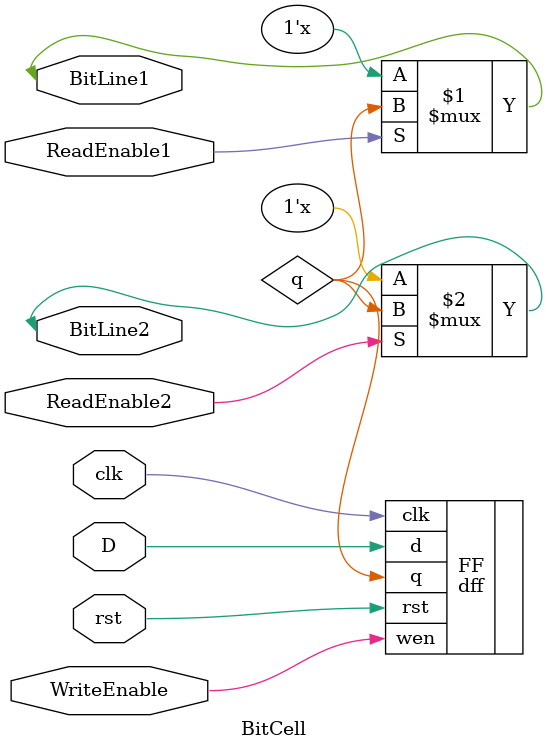
<source format=v>
module BitCell (input clk, rst, D, WriteEnable, ReadEnable1, ReadEnable2,
                inout BitLine1, BitLine2);
wire q;

dff FF (.clk(clk), .q(q), .d(D), .wen(WriteEnable), .rst(rst));

assign BitLine1 = ReadEnable1 ? q : 1'bz;
assign BitLine2 = ReadEnable2 ? q : 1'bz;

endmodule // BitCell

</source>
